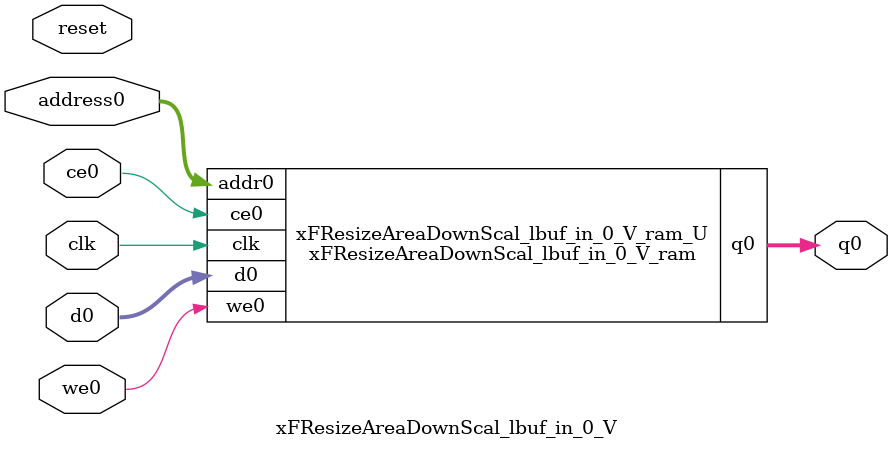
<source format=v>
`timescale 1 ns / 1 ps
module xFResizeAreaDownScal_lbuf_in_0_V_ram (addr0, ce0, d0, we0, q0,  clk);

parameter DWIDTH = 24;
parameter AWIDTH = 10;
parameter MEM_SIZE = 640;

input[AWIDTH-1:0] addr0;
input ce0;
input[DWIDTH-1:0] d0;
input we0;
output reg[DWIDTH-1:0] q0;
input clk;

(* ram_style = "block" *)reg [DWIDTH-1:0] ram[0:MEM_SIZE-1];




always @(posedge clk)  
begin 
    if (ce0) 
    begin
        if (we0) 
        begin 
            ram[addr0] <= d0; 
        end 
        q0 <= ram[addr0];
    end
end


endmodule

`timescale 1 ns / 1 ps
module xFResizeAreaDownScal_lbuf_in_0_V(
    reset,
    clk,
    address0,
    ce0,
    we0,
    d0,
    q0);

parameter DataWidth = 32'd24;
parameter AddressRange = 32'd640;
parameter AddressWidth = 32'd10;
input reset;
input clk;
input[AddressWidth - 1:0] address0;
input ce0;
input we0;
input[DataWidth - 1:0] d0;
output[DataWidth - 1:0] q0;



xFResizeAreaDownScal_lbuf_in_0_V_ram xFResizeAreaDownScal_lbuf_in_0_V_ram_U(
    .clk( clk ),
    .addr0( address0 ),
    .ce0( ce0 ),
    .we0( we0 ),
    .d0( d0 ),
    .q0( q0 ));

endmodule


</source>
